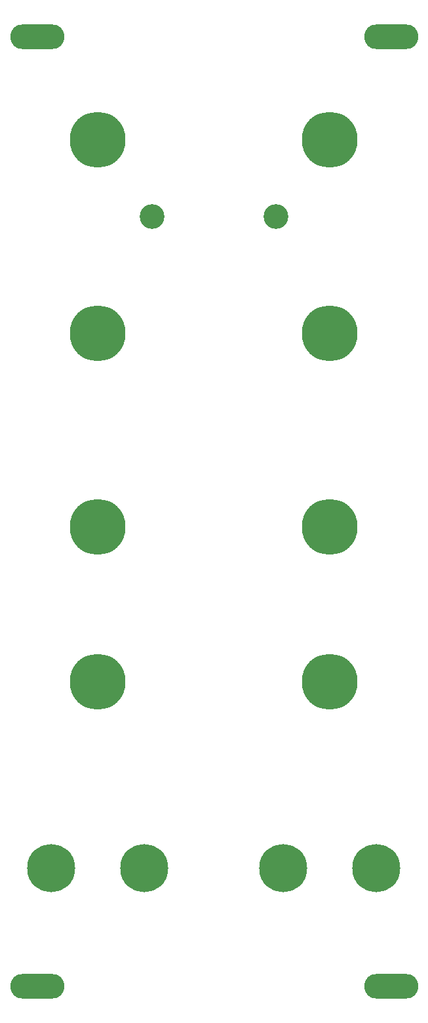
<source format=gbs>
G04 #@! TF.GenerationSoftware,KiCad,Pcbnew,8.0.5*
G04 #@! TF.CreationDate,2024-11-24T11:28:15+01:00*
G04 #@! TF.ProjectId,ricochet_panel,7269636f-6368-4657-945f-70616e656c2e,rev?*
G04 #@! TF.SameCoordinates,Original*
G04 #@! TF.FileFunction,Soldermask,Bot*
G04 #@! TF.FilePolarity,Negative*
%FSLAX46Y46*%
G04 Gerber Fmt 4.6, Leading zero omitted, Abs format (unit mm)*
G04 Created by KiCad (PCBNEW 8.0.5) date 2024-11-24 11:28:15*
%MOMM*%
%LPD*%
G01*
G04 APERTURE LIST*
%ADD10C,6.200000*%
%ADD11C,7.200000*%
%ADD12O,7.000000X3.200000*%
%ADD13C,3.200000*%
G04 APERTURE END LIST*
D10*
X101300000Y-160250000D03*
D11*
X95300000Y-116250000D03*
D12*
X103200000Y-53000000D03*
D11*
X95300000Y-66250000D03*
X95300000Y-91250000D03*
D12*
X103200000Y-175500000D03*
D11*
X65300000Y-91250000D03*
X65300000Y-116250000D03*
X95300000Y-136250000D03*
D12*
X57500000Y-175500000D03*
D13*
X72300000Y-76200000D03*
D11*
X65300000Y-66250000D03*
X65300000Y-136250000D03*
D10*
X71300000Y-160250000D03*
D13*
X88300000Y-76200000D03*
D10*
X59300000Y-160250000D03*
X89300000Y-160250000D03*
D12*
X57500000Y-53000000D03*
M02*

</source>
